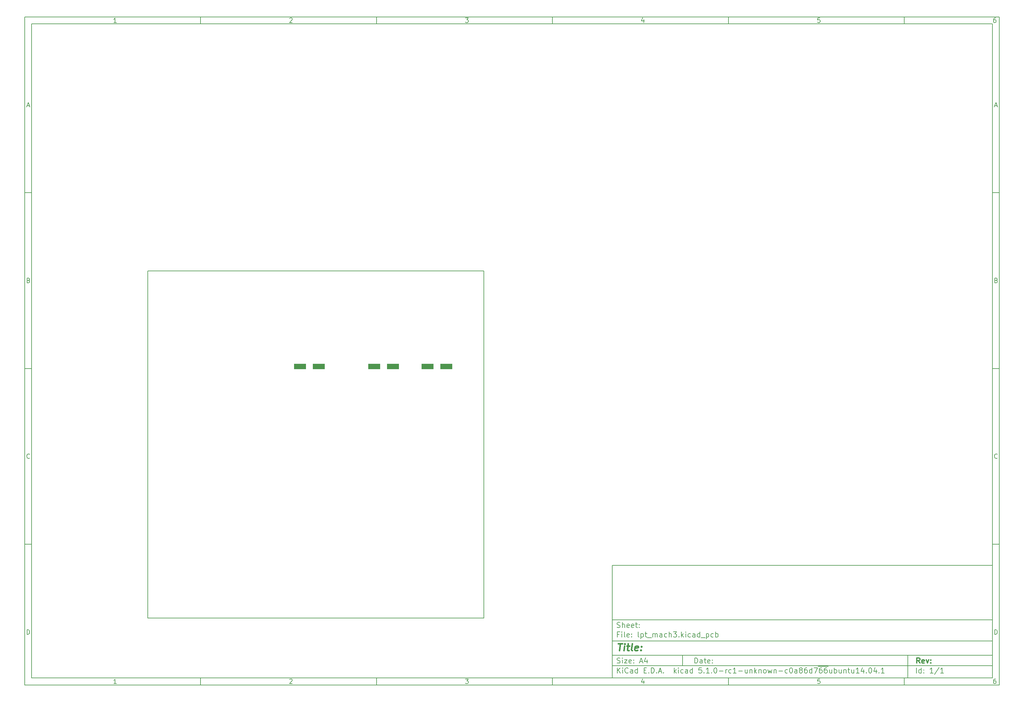
<source format=gtp>
G04 #@! TF.GenerationSoftware,KiCad,Pcbnew,5.1.0-rc1-unknown-c0a86d7~66~ubuntu14.04.1*
G04 #@! TF.CreationDate,2019-02-13T06:07:19+01:00
G04 #@! TF.ProjectId,lpt_mach3,6c70745f-6d61-4636-9833-2e6b69636164,rev?*
G04 #@! TF.SameCoordinates,Original*
G04 #@! TF.FileFunction,Paste,Top*
G04 #@! TF.FilePolarity,Positive*
%FSLAX46Y46*%
G04 Gerber Fmt 4.6, Leading zero omitted, Abs format (unit mm)*
G04 Created by KiCad (PCBNEW 5.1.0-rc1-unknown-c0a86d7~66~ubuntu14.04.1) date 2019-02-13 06:07:19*
%MOMM*%
%LPD*%
G04 APERTURE LIST*
%ADD10C,0.100000*%
%ADD11C,0.150000*%
%ADD12C,0.300000*%
%ADD13C,0.400000*%
%ADD14R,3.500000X1.600000*%
G04 APERTURE END LIST*
D10*
D11*
X177002200Y-166007200D02*
X177002200Y-198007200D01*
X285002200Y-198007200D01*
X285002200Y-166007200D01*
X177002200Y-166007200D01*
D10*
D11*
X10000000Y-10000000D02*
X10000000Y-200007200D01*
X287002200Y-200007200D01*
X287002200Y-10000000D01*
X10000000Y-10000000D01*
D10*
D11*
X12000000Y-12000000D02*
X12000000Y-198007200D01*
X285002200Y-198007200D01*
X285002200Y-12000000D01*
X12000000Y-12000000D01*
D10*
D11*
X60000000Y-12000000D02*
X60000000Y-10000000D01*
D10*
D11*
X110000000Y-12000000D02*
X110000000Y-10000000D01*
D10*
D11*
X160000000Y-12000000D02*
X160000000Y-10000000D01*
D10*
D11*
X210000000Y-12000000D02*
X210000000Y-10000000D01*
D10*
D11*
X260000000Y-12000000D02*
X260000000Y-10000000D01*
D10*
D11*
X36065476Y-11588095D02*
X35322619Y-11588095D01*
X35694047Y-11588095D02*
X35694047Y-10288095D01*
X35570238Y-10473809D01*
X35446428Y-10597619D01*
X35322619Y-10659523D01*
D10*
D11*
X85322619Y-10411904D02*
X85384523Y-10350000D01*
X85508333Y-10288095D01*
X85817857Y-10288095D01*
X85941666Y-10350000D01*
X86003571Y-10411904D01*
X86065476Y-10535714D01*
X86065476Y-10659523D01*
X86003571Y-10845238D01*
X85260714Y-11588095D01*
X86065476Y-11588095D01*
D10*
D11*
X135260714Y-10288095D02*
X136065476Y-10288095D01*
X135632142Y-10783333D01*
X135817857Y-10783333D01*
X135941666Y-10845238D01*
X136003571Y-10907142D01*
X136065476Y-11030952D01*
X136065476Y-11340476D01*
X136003571Y-11464285D01*
X135941666Y-11526190D01*
X135817857Y-11588095D01*
X135446428Y-11588095D01*
X135322619Y-11526190D01*
X135260714Y-11464285D01*
D10*
D11*
X185941666Y-10721428D02*
X185941666Y-11588095D01*
X185632142Y-10226190D02*
X185322619Y-11154761D01*
X186127380Y-11154761D01*
D10*
D11*
X236003571Y-10288095D02*
X235384523Y-10288095D01*
X235322619Y-10907142D01*
X235384523Y-10845238D01*
X235508333Y-10783333D01*
X235817857Y-10783333D01*
X235941666Y-10845238D01*
X236003571Y-10907142D01*
X236065476Y-11030952D01*
X236065476Y-11340476D01*
X236003571Y-11464285D01*
X235941666Y-11526190D01*
X235817857Y-11588095D01*
X235508333Y-11588095D01*
X235384523Y-11526190D01*
X235322619Y-11464285D01*
D10*
D11*
X285941666Y-10288095D02*
X285694047Y-10288095D01*
X285570238Y-10350000D01*
X285508333Y-10411904D01*
X285384523Y-10597619D01*
X285322619Y-10845238D01*
X285322619Y-11340476D01*
X285384523Y-11464285D01*
X285446428Y-11526190D01*
X285570238Y-11588095D01*
X285817857Y-11588095D01*
X285941666Y-11526190D01*
X286003571Y-11464285D01*
X286065476Y-11340476D01*
X286065476Y-11030952D01*
X286003571Y-10907142D01*
X285941666Y-10845238D01*
X285817857Y-10783333D01*
X285570238Y-10783333D01*
X285446428Y-10845238D01*
X285384523Y-10907142D01*
X285322619Y-11030952D01*
D10*
D11*
X60000000Y-198007200D02*
X60000000Y-200007200D01*
D10*
D11*
X110000000Y-198007200D02*
X110000000Y-200007200D01*
D10*
D11*
X160000000Y-198007200D02*
X160000000Y-200007200D01*
D10*
D11*
X210000000Y-198007200D02*
X210000000Y-200007200D01*
D10*
D11*
X260000000Y-198007200D02*
X260000000Y-200007200D01*
D10*
D11*
X36065476Y-199595295D02*
X35322619Y-199595295D01*
X35694047Y-199595295D02*
X35694047Y-198295295D01*
X35570238Y-198481009D01*
X35446428Y-198604819D01*
X35322619Y-198666723D01*
D10*
D11*
X85322619Y-198419104D02*
X85384523Y-198357200D01*
X85508333Y-198295295D01*
X85817857Y-198295295D01*
X85941666Y-198357200D01*
X86003571Y-198419104D01*
X86065476Y-198542914D01*
X86065476Y-198666723D01*
X86003571Y-198852438D01*
X85260714Y-199595295D01*
X86065476Y-199595295D01*
D10*
D11*
X135260714Y-198295295D02*
X136065476Y-198295295D01*
X135632142Y-198790533D01*
X135817857Y-198790533D01*
X135941666Y-198852438D01*
X136003571Y-198914342D01*
X136065476Y-199038152D01*
X136065476Y-199347676D01*
X136003571Y-199471485D01*
X135941666Y-199533390D01*
X135817857Y-199595295D01*
X135446428Y-199595295D01*
X135322619Y-199533390D01*
X135260714Y-199471485D01*
D10*
D11*
X185941666Y-198728628D02*
X185941666Y-199595295D01*
X185632142Y-198233390D02*
X185322619Y-199161961D01*
X186127380Y-199161961D01*
D10*
D11*
X236003571Y-198295295D02*
X235384523Y-198295295D01*
X235322619Y-198914342D01*
X235384523Y-198852438D01*
X235508333Y-198790533D01*
X235817857Y-198790533D01*
X235941666Y-198852438D01*
X236003571Y-198914342D01*
X236065476Y-199038152D01*
X236065476Y-199347676D01*
X236003571Y-199471485D01*
X235941666Y-199533390D01*
X235817857Y-199595295D01*
X235508333Y-199595295D01*
X235384523Y-199533390D01*
X235322619Y-199471485D01*
D10*
D11*
X285941666Y-198295295D02*
X285694047Y-198295295D01*
X285570238Y-198357200D01*
X285508333Y-198419104D01*
X285384523Y-198604819D01*
X285322619Y-198852438D01*
X285322619Y-199347676D01*
X285384523Y-199471485D01*
X285446428Y-199533390D01*
X285570238Y-199595295D01*
X285817857Y-199595295D01*
X285941666Y-199533390D01*
X286003571Y-199471485D01*
X286065476Y-199347676D01*
X286065476Y-199038152D01*
X286003571Y-198914342D01*
X285941666Y-198852438D01*
X285817857Y-198790533D01*
X285570238Y-198790533D01*
X285446428Y-198852438D01*
X285384523Y-198914342D01*
X285322619Y-199038152D01*
D10*
D11*
X10000000Y-60000000D02*
X12000000Y-60000000D01*
D10*
D11*
X10000000Y-110000000D02*
X12000000Y-110000000D01*
D10*
D11*
X10000000Y-160000000D02*
X12000000Y-160000000D01*
D10*
D11*
X10690476Y-35216666D02*
X11309523Y-35216666D01*
X10566666Y-35588095D02*
X11000000Y-34288095D01*
X11433333Y-35588095D01*
D10*
D11*
X11092857Y-84907142D02*
X11278571Y-84969047D01*
X11340476Y-85030952D01*
X11402380Y-85154761D01*
X11402380Y-85340476D01*
X11340476Y-85464285D01*
X11278571Y-85526190D01*
X11154761Y-85588095D01*
X10659523Y-85588095D01*
X10659523Y-84288095D01*
X11092857Y-84288095D01*
X11216666Y-84350000D01*
X11278571Y-84411904D01*
X11340476Y-84535714D01*
X11340476Y-84659523D01*
X11278571Y-84783333D01*
X11216666Y-84845238D01*
X11092857Y-84907142D01*
X10659523Y-84907142D01*
D10*
D11*
X11402380Y-135464285D02*
X11340476Y-135526190D01*
X11154761Y-135588095D01*
X11030952Y-135588095D01*
X10845238Y-135526190D01*
X10721428Y-135402380D01*
X10659523Y-135278571D01*
X10597619Y-135030952D01*
X10597619Y-134845238D01*
X10659523Y-134597619D01*
X10721428Y-134473809D01*
X10845238Y-134350000D01*
X11030952Y-134288095D01*
X11154761Y-134288095D01*
X11340476Y-134350000D01*
X11402380Y-134411904D01*
D10*
D11*
X10659523Y-185588095D02*
X10659523Y-184288095D01*
X10969047Y-184288095D01*
X11154761Y-184350000D01*
X11278571Y-184473809D01*
X11340476Y-184597619D01*
X11402380Y-184845238D01*
X11402380Y-185030952D01*
X11340476Y-185278571D01*
X11278571Y-185402380D01*
X11154761Y-185526190D01*
X10969047Y-185588095D01*
X10659523Y-185588095D01*
D10*
D11*
X287002200Y-60000000D02*
X285002200Y-60000000D01*
D10*
D11*
X287002200Y-110000000D02*
X285002200Y-110000000D01*
D10*
D11*
X287002200Y-160000000D02*
X285002200Y-160000000D01*
D10*
D11*
X285692676Y-35216666D02*
X286311723Y-35216666D01*
X285568866Y-35588095D02*
X286002200Y-34288095D01*
X286435533Y-35588095D01*
D10*
D11*
X286095057Y-84907142D02*
X286280771Y-84969047D01*
X286342676Y-85030952D01*
X286404580Y-85154761D01*
X286404580Y-85340476D01*
X286342676Y-85464285D01*
X286280771Y-85526190D01*
X286156961Y-85588095D01*
X285661723Y-85588095D01*
X285661723Y-84288095D01*
X286095057Y-84288095D01*
X286218866Y-84350000D01*
X286280771Y-84411904D01*
X286342676Y-84535714D01*
X286342676Y-84659523D01*
X286280771Y-84783333D01*
X286218866Y-84845238D01*
X286095057Y-84907142D01*
X285661723Y-84907142D01*
D10*
D11*
X286404580Y-135464285D02*
X286342676Y-135526190D01*
X286156961Y-135588095D01*
X286033152Y-135588095D01*
X285847438Y-135526190D01*
X285723628Y-135402380D01*
X285661723Y-135278571D01*
X285599819Y-135030952D01*
X285599819Y-134845238D01*
X285661723Y-134597619D01*
X285723628Y-134473809D01*
X285847438Y-134350000D01*
X286033152Y-134288095D01*
X286156961Y-134288095D01*
X286342676Y-134350000D01*
X286404580Y-134411904D01*
D10*
D11*
X285661723Y-185588095D02*
X285661723Y-184288095D01*
X285971247Y-184288095D01*
X286156961Y-184350000D01*
X286280771Y-184473809D01*
X286342676Y-184597619D01*
X286404580Y-184845238D01*
X286404580Y-185030952D01*
X286342676Y-185278571D01*
X286280771Y-185402380D01*
X286156961Y-185526190D01*
X285971247Y-185588095D01*
X285661723Y-185588095D01*
D10*
D11*
X200434342Y-193785771D02*
X200434342Y-192285771D01*
X200791485Y-192285771D01*
X201005771Y-192357200D01*
X201148628Y-192500057D01*
X201220057Y-192642914D01*
X201291485Y-192928628D01*
X201291485Y-193142914D01*
X201220057Y-193428628D01*
X201148628Y-193571485D01*
X201005771Y-193714342D01*
X200791485Y-193785771D01*
X200434342Y-193785771D01*
X202577200Y-193785771D02*
X202577200Y-193000057D01*
X202505771Y-192857200D01*
X202362914Y-192785771D01*
X202077200Y-192785771D01*
X201934342Y-192857200D01*
X202577200Y-193714342D02*
X202434342Y-193785771D01*
X202077200Y-193785771D01*
X201934342Y-193714342D01*
X201862914Y-193571485D01*
X201862914Y-193428628D01*
X201934342Y-193285771D01*
X202077200Y-193214342D01*
X202434342Y-193214342D01*
X202577200Y-193142914D01*
X203077200Y-192785771D02*
X203648628Y-192785771D01*
X203291485Y-192285771D02*
X203291485Y-193571485D01*
X203362914Y-193714342D01*
X203505771Y-193785771D01*
X203648628Y-193785771D01*
X204720057Y-193714342D02*
X204577200Y-193785771D01*
X204291485Y-193785771D01*
X204148628Y-193714342D01*
X204077200Y-193571485D01*
X204077200Y-193000057D01*
X204148628Y-192857200D01*
X204291485Y-192785771D01*
X204577200Y-192785771D01*
X204720057Y-192857200D01*
X204791485Y-193000057D01*
X204791485Y-193142914D01*
X204077200Y-193285771D01*
X205434342Y-193642914D02*
X205505771Y-193714342D01*
X205434342Y-193785771D01*
X205362914Y-193714342D01*
X205434342Y-193642914D01*
X205434342Y-193785771D01*
X205434342Y-192857200D02*
X205505771Y-192928628D01*
X205434342Y-193000057D01*
X205362914Y-192928628D01*
X205434342Y-192857200D01*
X205434342Y-193000057D01*
D10*
D11*
X177002200Y-194507200D02*
X285002200Y-194507200D01*
D10*
D11*
X178434342Y-196585771D02*
X178434342Y-195085771D01*
X179291485Y-196585771D02*
X178648628Y-195728628D01*
X179291485Y-195085771D02*
X178434342Y-195942914D01*
X179934342Y-196585771D02*
X179934342Y-195585771D01*
X179934342Y-195085771D02*
X179862914Y-195157200D01*
X179934342Y-195228628D01*
X180005771Y-195157200D01*
X179934342Y-195085771D01*
X179934342Y-195228628D01*
X181505771Y-196442914D02*
X181434342Y-196514342D01*
X181220057Y-196585771D01*
X181077200Y-196585771D01*
X180862914Y-196514342D01*
X180720057Y-196371485D01*
X180648628Y-196228628D01*
X180577200Y-195942914D01*
X180577200Y-195728628D01*
X180648628Y-195442914D01*
X180720057Y-195300057D01*
X180862914Y-195157200D01*
X181077200Y-195085771D01*
X181220057Y-195085771D01*
X181434342Y-195157200D01*
X181505771Y-195228628D01*
X182791485Y-196585771D02*
X182791485Y-195800057D01*
X182720057Y-195657200D01*
X182577200Y-195585771D01*
X182291485Y-195585771D01*
X182148628Y-195657200D01*
X182791485Y-196514342D02*
X182648628Y-196585771D01*
X182291485Y-196585771D01*
X182148628Y-196514342D01*
X182077200Y-196371485D01*
X182077200Y-196228628D01*
X182148628Y-196085771D01*
X182291485Y-196014342D01*
X182648628Y-196014342D01*
X182791485Y-195942914D01*
X184148628Y-196585771D02*
X184148628Y-195085771D01*
X184148628Y-196514342D02*
X184005771Y-196585771D01*
X183720057Y-196585771D01*
X183577200Y-196514342D01*
X183505771Y-196442914D01*
X183434342Y-196300057D01*
X183434342Y-195871485D01*
X183505771Y-195728628D01*
X183577200Y-195657200D01*
X183720057Y-195585771D01*
X184005771Y-195585771D01*
X184148628Y-195657200D01*
X186005771Y-195800057D02*
X186505771Y-195800057D01*
X186720057Y-196585771D02*
X186005771Y-196585771D01*
X186005771Y-195085771D01*
X186720057Y-195085771D01*
X187362914Y-196442914D02*
X187434342Y-196514342D01*
X187362914Y-196585771D01*
X187291485Y-196514342D01*
X187362914Y-196442914D01*
X187362914Y-196585771D01*
X188077200Y-196585771D02*
X188077200Y-195085771D01*
X188434342Y-195085771D01*
X188648628Y-195157200D01*
X188791485Y-195300057D01*
X188862914Y-195442914D01*
X188934342Y-195728628D01*
X188934342Y-195942914D01*
X188862914Y-196228628D01*
X188791485Y-196371485D01*
X188648628Y-196514342D01*
X188434342Y-196585771D01*
X188077200Y-196585771D01*
X189577200Y-196442914D02*
X189648628Y-196514342D01*
X189577200Y-196585771D01*
X189505771Y-196514342D01*
X189577200Y-196442914D01*
X189577200Y-196585771D01*
X190220057Y-196157200D02*
X190934342Y-196157200D01*
X190077200Y-196585771D02*
X190577200Y-195085771D01*
X191077200Y-196585771D01*
X191577200Y-196442914D02*
X191648628Y-196514342D01*
X191577200Y-196585771D01*
X191505771Y-196514342D01*
X191577200Y-196442914D01*
X191577200Y-196585771D01*
X194577200Y-196585771D02*
X194577200Y-195085771D01*
X194720057Y-196014342D02*
X195148628Y-196585771D01*
X195148628Y-195585771D02*
X194577200Y-196157200D01*
X195791485Y-196585771D02*
X195791485Y-195585771D01*
X195791485Y-195085771D02*
X195720057Y-195157200D01*
X195791485Y-195228628D01*
X195862914Y-195157200D01*
X195791485Y-195085771D01*
X195791485Y-195228628D01*
X197148628Y-196514342D02*
X197005771Y-196585771D01*
X196720057Y-196585771D01*
X196577200Y-196514342D01*
X196505771Y-196442914D01*
X196434342Y-196300057D01*
X196434342Y-195871485D01*
X196505771Y-195728628D01*
X196577200Y-195657200D01*
X196720057Y-195585771D01*
X197005771Y-195585771D01*
X197148628Y-195657200D01*
X198434342Y-196585771D02*
X198434342Y-195800057D01*
X198362914Y-195657200D01*
X198220057Y-195585771D01*
X197934342Y-195585771D01*
X197791485Y-195657200D01*
X198434342Y-196514342D02*
X198291485Y-196585771D01*
X197934342Y-196585771D01*
X197791485Y-196514342D01*
X197720057Y-196371485D01*
X197720057Y-196228628D01*
X197791485Y-196085771D01*
X197934342Y-196014342D01*
X198291485Y-196014342D01*
X198434342Y-195942914D01*
X199791485Y-196585771D02*
X199791485Y-195085771D01*
X199791485Y-196514342D02*
X199648628Y-196585771D01*
X199362914Y-196585771D01*
X199220057Y-196514342D01*
X199148628Y-196442914D01*
X199077200Y-196300057D01*
X199077200Y-195871485D01*
X199148628Y-195728628D01*
X199220057Y-195657200D01*
X199362914Y-195585771D01*
X199648628Y-195585771D01*
X199791485Y-195657200D01*
X202362914Y-195085771D02*
X201648628Y-195085771D01*
X201577200Y-195800057D01*
X201648628Y-195728628D01*
X201791485Y-195657200D01*
X202148628Y-195657200D01*
X202291485Y-195728628D01*
X202362914Y-195800057D01*
X202434342Y-195942914D01*
X202434342Y-196300057D01*
X202362914Y-196442914D01*
X202291485Y-196514342D01*
X202148628Y-196585771D01*
X201791485Y-196585771D01*
X201648628Y-196514342D01*
X201577200Y-196442914D01*
X203077200Y-196442914D02*
X203148628Y-196514342D01*
X203077200Y-196585771D01*
X203005771Y-196514342D01*
X203077200Y-196442914D01*
X203077200Y-196585771D01*
X204577200Y-196585771D02*
X203720057Y-196585771D01*
X204148628Y-196585771D02*
X204148628Y-195085771D01*
X204005771Y-195300057D01*
X203862914Y-195442914D01*
X203720057Y-195514342D01*
X205220057Y-196442914D02*
X205291485Y-196514342D01*
X205220057Y-196585771D01*
X205148628Y-196514342D01*
X205220057Y-196442914D01*
X205220057Y-196585771D01*
X206220057Y-195085771D02*
X206362914Y-195085771D01*
X206505771Y-195157200D01*
X206577200Y-195228628D01*
X206648628Y-195371485D01*
X206720057Y-195657200D01*
X206720057Y-196014342D01*
X206648628Y-196300057D01*
X206577200Y-196442914D01*
X206505771Y-196514342D01*
X206362914Y-196585771D01*
X206220057Y-196585771D01*
X206077200Y-196514342D01*
X206005771Y-196442914D01*
X205934342Y-196300057D01*
X205862914Y-196014342D01*
X205862914Y-195657200D01*
X205934342Y-195371485D01*
X206005771Y-195228628D01*
X206077200Y-195157200D01*
X206220057Y-195085771D01*
X207362914Y-196014342D02*
X208505771Y-196014342D01*
X209220057Y-196585771D02*
X209220057Y-195585771D01*
X209220057Y-195871485D02*
X209291485Y-195728628D01*
X209362914Y-195657200D01*
X209505771Y-195585771D01*
X209648628Y-195585771D01*
X210791485Y-196514342D02*
X210648628Y-196585771D01*
X210362914Y-196585771D01*
X210220057Y-196514342D01*
X210148628Y-196442914D01*
X210077200Y-196300057D01*
X210077200Y-195871485D01*
X210148628Y-195728628D01*
X210220057Y-195657200D01*
X210362914Y-195585771D01*
X210648628Y-195585771D01*
X210791485Y-195657200D01*
X212220057Y-196585771D02*
X211362914Y-196585771D01*
X211791485Y-196585771D02*
X211791485Y-195085771D01*
X211648628Y-195300057D01*
X211505771Y-195442914D01*
X211362914Y-195514342D01*
X212862914Y-196014342D02*
X214005771Y-196014342D01*
X215362914Y-195585771D02*
X215362914Y-196585771D01*
X214720057Y-195585771D02*
X214720057Y-196371485D01*
X214791485Y-196514342D01*
X214934342Y-196585771D01*
X215148628Y-196585771D01*
X215291485Y-196514342D01*
X215362914Y-196442914D01*
X216077200Y-195585771D02*
X216077200Y-196585771D01*
X216077200Y-195728628D02*
X216148628Y-195657200D01*
X216291485Y-195585771D01*
X216505771Y-195585771D01*
X216648628Y-195657200D01*
X216720057Y-195800057D01*
X216720057Y-196585771D01*
X217434342Y-196585771D02*
X217434342Y-195085771D01*
X217577200Y-196014342D02*
X218005771Y-196585771D01*
X218005771Y-195585771D02*
X217434342Y-196157200D01*
X218648628Y-195585771D02*
X218648628Y-196585771D01*
X218648628Y-195728628D02*
X218720057Y-195657200D01*
X218862914Y-195585771D01*
X219077200Y-195585771D01*
X219220057Y-195657200D01*
X219291485Y-195800057D01*
X219291485Y-196585771D01*
X220220057Y-196585771D02*
X220077200Y-196514342D01*
X220005771Y-196442914D01*
X219934342Y-196300057D01*
X219934342Y-195871485D01*
X220005771Y-195728628D01*
X220077200Y-195657200D01*
X220220057Y-195585771D01*
X220434342Y-195585771D01*
X220577200Y-195657200D01*
X220648628Y-195728628D01*
X220720057Y-195871485D01*
X220720057Y-196300057D01*
X220648628Y-196442914D01*
X220577200Y-196514342D01*
X220434342Y-196585771D01*
X220220057Y-196585771D01*
X221220057Y-195585771D02*
X221505771Y-196585771D01*
X221791485Y-195871485D01*
X222077200Y-196585771D01*
X222362914Y-195585771D01*
X222934342Y-195585771D02*
X222934342Y-196585771D01*
X222934342Y-195728628D02*
X223005771Y-195657200D01*
X223148628Y-195585771D01*
X223362914Y-195585771D01*
X223505771Y-195657200D01*
X223577200Y-195800057D01*
X223577200Y-196585771D01*
X224291485Y-196014342D02*
X225434342Y-196014342D01*
X226791485Y-196514342D02*
X226648628Y-196585771D01*
X226362914Y-196585771D01*
X226220057Y-196514342D01*
X226148628Y-196442914D01*
X226077200Y-196300057D01*
X226077200Y-195871485D01*
X226148628Y-195728628D01*
X226220057Y-195657200D01*
X226362914Y-195585771D01*
X226648628Y-195585771D01*
X226791485Y-195657200D01*
X227720057Y-195085771D02*
X227862914Y-195085771D01*
X228005771Y-195157200D01*
X228077200Y-195228628D01*
X228148628Y-195371485D01*
X228220057Y-195657200D01*
X228220057Y-196014342D01*
X228148628Y-196300057D01*
X228077200Y-196442914D01*
X228005771Y-196514342D01*
X227862914Y-196585771D01*
X227720057Y-196585771D01*
X227577200Y-196514342D01*
X227505771Y-196442914D01*
X227434342Y-196300057D01*
X227362914Y-196014342D01*
X227362914Y-195657200D01*
X227434342Y-195371485D01*
X227505771Y-195228628D01*
X227577200Y-195157200D01*
X227720057Y-195085771D01*
X229505771Y-196585771D02*
X229505771Y-195800057D01*
X229434342Y-195657200D01*
X229291485Y-195585771D01*
X229005771Y-195585771D01*
X228862914Y-195657200D01*
X229505771Y-196514342D02*
X229362914Y-196585771D01*
X229005771Y-196585771D01*
X228862914Y-196514342D01*
X228791485Y-196371485D01*
X228791485Y-196228628D01*
X228862914Y-196085771D01*
X229005771Y-196014342D01*
X229362914Y-196014342D01*
X229505771Y-195942914D01*
X230434342Y-195728628D02*
X230291485Y-195657200D01*
X230220057Y-195585771D01*
X230148628Y-195442914D01*
X230148628Y-195371485D01*
X230220057Y-195228628D01*
X230291485Y-195157200D01*
X230434342Y-195085771D01*
X230720057Y-195085771D01*
X230862914Y-195157200D01*
X230934342Y-195228628D01*
X231005771Y-195371485D01*
X231005771Y-195442914D01*
X230934342Y-195585771D01*
X230862914Y-195657200D01*
X230720057Y-195728628D01*
X230434342Y-195728628D01*
X230291485Y-195800057D01*
X230220057Y-195871485D01*
X230148628Y-196014342D01*
X230148628Y-196300057D01*
X230220057Y-196442914D01*
X230291485Y-196514342D01*
X230434342Y-196585771D01*
X230720057Y-196585771D01*
X230862914Y-196514342D01*
X230934342Y-196442914D01*
X231005771Y-196300057D01*
X231005771Y-196014342D01*
X230934342Y-195871485D01*
X230862914Y-195800057D01*
X230720057Y-195728628D01*
X232291485Y-195085771D02*
X232005771Y-195085771D01*
X231862914Y-195157200D01*
X231791485Y-195228628D01*
X231648628Y-195442914D01*
X231577200Y-195728628D01*
X231577200Y-196300057D01*
X231648628Y-196442914D01*
X231720057Y-196514342D01*
X231862914Y-196585771D01*
X232148628Y-196585771D01*
X232291485Y-196514342D01*
X232362914Y-196442914D01*
X232434342Y-196300057D01*
X232434342Y-195942914D01*
X232362914Y-195800057D01*
X232291485Y-195728628D01*
X232148628Y-195657200D01*
X231862914Y-195657200D01*
X231720057Y-195728628D01*
X231648628Y-195800057D01*
X231577200Y-195942914D01*
X233720057Y-196585771D02*
X233720057Y-195085771D01*
X233720057Y-196514342D02*
X233577200Y-196585771D01*
X233291485Y-196585771D01*
X233148628Y-196514342D01*
X233077200Y-196442914D01*
X233005771Y-196300057D01*
X233005771Y-195871485D01*
X233077200Y-195728628D01*
X233148628Y-195657200D01*
X233291485Y-195585771D01*
X233577200Y-195585771D01*
X233720057Y-195657200D01*
X234291485Y-195085771D02*
X235291485Y-195085771D01*
X234648628Y-196585771D01*
X235505771Y-194677200D02*
X236934342Y-194677200D01*
X236505771Y-195085771D02*
X236220057Y-195085771D01*
X236077200Y-195157200D01*
X236005771Y-195228628D01*
X235862914Y-195442914D01*
X235791485Y-195728628D01*
X235791485Y-196300057D01*
X235862914Y-196442914D01*
X235934342Y-196514342D01*
X236077200Y-196585771D01*
X236362914Y-196585771D01*
X236505771Y-196514342D01*
X236577200Y-196442914D01*
X236648628Y-196300057D01*
X236648628Y-195942914D01*
X236577200Y-195800057D01*
X236505771Y-195728628D01*
X236362914Y-195657200D01*
X236077200Y-195657200D01*
X235934342Y-195728628D01*
X235862914Y-195800057D01*
X235791485Y-195942914D01*
X236934342Y-194677200D02*
X238362914Y-194677200D01*
X237934342Y-195085771D02*
X237648628Y-195085771D01*
X237505771Y-195157200D01*
X237434342Y-195228628D01*
X237291485Y-195442914D01*
X237220057Y-195728628D01*
X237220057Y-196300057D01*
X237291485Y-196442914D01*
X237362914Y-196514342D01*
X237505771Y-196585771D01*
X237791485Y-196585771D01*
X237934342Y-196514342D01*
X238005771Y-196442914D01*
X238077200Y-196300057D01*
X238077200Y-195942914D01*
X238005771Y-195800057D01*
X237934342Y-195728628D01*
X237791485Y-195657200D01*
X237505771Y-195657200D01*
X237362914Y-195728628D01*
X237291485Y-195800057D01*
X237220057Y-195942914D01*
X239362914Y-195585771D02*
X239362914Y-196585771D01*
X238720057Y-195585771D02*
X238720057Y-196371485D01*
X238791485Y-196514342D01*
X238934342Y-196585771D01*
X239148628Y-196585771D01*
X239291485Y-196514342D01*
X239362914Y-196442914D01*
X240077200Y-196585771D02*
X240077200Y-195085771D01*
X240077200Y-195657200D02*
X240220057Y-195585771D01*
X240505771Y-195585771D01*
X240648628Y-195657200D01*
X240720057Y-195728628D01*
X240791485Y-195871485D01*
X240791485Y-196300057D01*
X240720057Y-196442914D01*
X240648628Y-196514342D01*
X240505771Y-196585771D01*
X240220057Y-196585771D01*
X240077200Y-196514342D01*
X242077200Y-195585771D02*
X242077200Y-196585771D01*
X241434342Y-195585771D02*
X241434342Y-196371485D01*
X241505771Y-196514342D01*
X241648628Y-196585771D01*
X241862914Y-196585771D01*
X242005771Y-196514342D01*
X242077200Y-196442914D01*
X242791485Y-195585771D02*
X242791485Y-196585771D01*
X242791485Y-195728628D02*
X242862914Y-195657200D01*
X243005771Y-195585771D01*
X243220057Y-195585771D01*
X243362914Y-195657200D01*
X243434342Y-195800057D01*
X243434342Y-196585771D01*
X243934342Y-195585771D02*
X244505771Y-195585771D01*
X244148628Y-195085771D02*
X244148628Y-196371485D01*
X244220057Y-196514342D01*
X244362914Y-196585771D01*
X244505771Y-196585771D01*
X245648628Y-195585771D02*
X245648628Y-196585771D01*
X245005771Y-195585771D02*
X245005771Y-196371485D01*
X245077200Y-196514342D01*
X245220057Y-196585771D01*
X245434342Y-196585771D01*
X245577200Y-196514342D01*
X245648628Y-196442914D01*
X247148628Y-196585771D02*
X246291485Y-196585771D01*
X246720057Y-196585771D02*
X246720057Y-195085771D01*
X246577200Y-195300057D01*
X246434342Y-195442914D01*
X246291485Y-195514342D01*
X248434342Y-195585771D02*
X248434342Y-196585771D01*
X248077200Y-195014342D02*
X247720057Y-196085771D01*
X248648628Y-196085771D01*
X249220057Y-196442914D02*
X249291485Y-196514342D01*
X249220057Y-196585771D01*
X249148628Y-196514342D01*
X249220057Y-196442914D01*
X249220057Y-196585771D01*
X250220057Y-195085771D02*
X250362914Y-195085771D01*
X250505771Y-195157200D01*
X250577200Y-195228628D01*
X250648628Y-195371485D01*
X250720057Y-195657200D01*
X250720057Y-196014342D01*
X250648628Y-196300057D01*
X250577200Y-196442914D01*
X250505771Y-196514342D01*
X250362914Y-196585771D01*
X250220057Y-196585771D01*
X250077200Y-196514342D01*
X250005771Y-196442914D01*
X249934342Y-196300057D01*
X249862914Y-196014342D01*
X249862914Y-195657200D01*
X249934342Y-195371485D01*
X250005771Y-195228628D01*
X250077200Y-195157200D01*
X250220057Y-195085771D01*
X252005771Y-195585771D02*
X252005771Y-196585771D01*
X251648628Y-195014342D02*
X251291485Y-196085771D01*
X252220057Y-196085771D01*
X252791485Y-196442914D02*
X252862914Y-196514342D01*
X252791485Y-196585771D01*
X252720057Y-196514342D01*
X252791485Y-196442914D01*
X252791485Y-196585771D01*
X254291485Y-196585771D02*
X253434342Y-196585771D01*
X253862914Y-196585771D02*
X253862914Y-195085771D01*
X253720057Y-195300057D01*
X253577200Y-195442914D01*
X253434342Y-195514342D01*
D10*
D11*
X177002200Y-191507200D02*
X285002200Y-191507200D01*
D10*
D12*
X264411485Y-193785771D02*
X263911485Y-193071485D01*
X263554342Y-193785771D02*
X263554342Y-192285771D01*
X264125771Y-192285771D01*
X264268628Y-192357200D01*
X264340057Y-192428628D01*
X264411485Y-192571485D01*
X264411485Y-192785771D01*
X264340057Y-192928628D01*
X264268628Y-193000057D01*
X264125771Y-193071485D01*
X263554342Y-193071485D01*
X265625771Y-193714342D02*
X265482914Y-193785771D01*
X265197200Y-193785771D01*
X265054342Y-193714342D01*
X264982914Y-193571485D01*
X264982914Y-193000057D01*
X265054342Y-192857200D01*
X265197200Y-192785771D01*
X265482914Y-192785771D01*
X265625771Y-192857200D01*
X265697200Y-193000057D01*
X265697200Y-193142914D01*
X264982914Y-193285771D01*
X266197200Y-192785771D02*
X266554342Y-193785771D01*
X266911485Y-192785771D01*
X267482914Y-193642914D02*
X267554342Y-193714342D01*
X267482914Y-193785771D01*
X267411485Y-193714342D01*
X267482914Y-193642914D01*
X267482914Y-193785771D01*
X267482914Y-192857200D02*
X267554342Y-192928628D01*
X267482914Y-193000057D01*
X267411485Y-192928628D01*
X267482914Y-192857200D01*
X267482914Y-193000057D01*
D10*
D11*
X178362914Y-193714342D02*
X178577200Y-193785771D01*
X178934342Y-193785771D01*
X179077200Y-193714342D01*
X179148628Y-193642914D01*
X179220057Y-193500057D01*
X179220057Y-193357200D01*
X179148628Y-193214342D01*
X179077200Y-193142914D01*
X178934342Y-193071485D01*
X178648628Y-193000057D01*
X178505771Y-192928628D01*
X178434342Y-192857200D01*
X178362914Y-192714342D01*
X178362914Y-192571485D01*
X178434342Y-192428628D01*
X178505771Y-192357200D01*
X178648628Y-192285771D01*
X179005771Y-192285771D01*
X179220057Y-192357200D01*
X179862914Y-193785771D02*
X179862914Y-192785771D01*
X179862914Y-192285771D02*
X179791485Y-192357200D01*
X179862914Y-192428628D01*
X179934342Y-192357200D01*
X179862914Y-192285771D01*
X179862914Y-192428628D01*
X180434342Y-192785771D02*
X181220057Y-192785771D01*
X180434342Y-193785771D01*
X181220057Y-193785771D01*
X182362914Y-193714342D02*
X182220057Y-193785771D01*
X181934342Y-193785771D01*
X181791485Y-193714342D01*
X181720057Y-193571485D01*
X181720057Y-193000057D01*
X181791485Y-192857200D01*
X181934342Y-192785771D01*
X182220057Y-192785771D01*
X182362914Y-192857200D01*
X182434342Y-193000057D01*
X182434342Y-193142914D01*
X181720057Y-193285771D01*
X183077200Y-193642914D02*
X183148628Y-193714342D01*
X183077200Y-193785771D01*
X183005771Y-193714342D01*
X183077200Y-193642914D01*
X183077200Y-193785771D01*
X183077200Y-192857200D02*
X183148628Y-192928628D01*
X183077200Y-193000057D01*
X183005771Y-192928628D01*
X183077200Y-192857200D01*
X183077200Y-193000057D01*
X184862914Y-193357200D02*
X185577200Y-193357200D01*
X184720057Y-193785771D02*
X185220057Y-192285771D01*
X185720057Y-193785771D01*
X186862914Y-192785771D02*
X186862914Y-193785771D01*
X186505771Y-192214342D02*
X186148628Y-193285771D01*
X187077200Y-193285771D01*
D10*
D11*
X263434342Y-196585771D02*
X263434342Y-195085771D01*
X264791485Y-196585771D02*
X264791485Y-195085771D01*
X264791485Y-196514342D02*
X264648628Y-196585771D01*
X264362914Y-196585771D01*
X264220057Y-196514342D01*
X264148628Y-196442914D01*
X264077200Y-196300057D01*
X264077200Y-195871485D01*
X264148628Y-195728628D01*
X264220057Y-195657200D01*
X264362914Y-195585771D01*
X264648628Y-195585771D01*
X264791485Y-195657200D01*
X265505771Y-196442914D02*
X265577200Y-196514342D01*
X265505771Y-196585771D01*
X265434342Y-196514342D01*
X265505771Y-196442914D01*
X265505771Y-196585771D01*
X265505771Y-195657200D02*
X265577200Y-195728628D01*
X265505771Y-195800057D01*
X265434342Y-195728628D01*
X265505771Y-195657200D01*
X265505771Y-195800057D01*
X268148628Y-196585771D02*
X267291485Y-196585771D01*
X267720057Y-196585771D02*
X267720057Y-195085771D01*
X267577200Y-195300057D01*
X267434342Y-195442914D01*
X267291485Y-195514342D01*
X269862914Y-195014342D02*
X268577200Y-196942914D01*
X271148628Y-196585771D02*
X270291485Y-196585771D01*
X270720057Y-196585771D02*
X270720057Y-195085771D01*
X270577200Y-195300057D01*
X270434342Y-195442914D01*
X270291485Y-195514342D01*
D10*
D11*
X177002200Y-187507200D02*
X285002200Y-187507200D01*
D10*
D13*
X178714580Y-188211961D02*
X179857438Y-188211961D01*
X179036009Y-190211961D02*
X179286009Y-188211961D01*
X180274104Y-190211961D02*
X180440771Y-188878628D01*
X180524104Y-188211961D02*
X180416961Y-188307200D01*
X180500295Y-188402438D01*
X180607438Y-188307200D01*
X180524104Y-188211961D01*
X180500295Y-188402438D01*
X181107438Y-188878628D02*
X181869342Y-188878628D01*
X181476485Y-188211961D02*
X181262200Y-189926247D01*
X181333628Y-190116723D01*
X181512200Y-190211961D01*
X181702676Y-190211961D01*
X182655057Y-190211961D02*
X182476485Y-190116723D01*
X182405057Y-189926247D01*
X182619342Y-188211961D01*
X184190771Y-190116723D02*
X183988390Y-190211961D01*
X183607438Y-190211961D01*
X183428866Y-190116723D01*
X183357438Y-189926247D01*
X183452676Y-189164342D01*
X183571723Y-188973866D01*
X183774104Y-188878628D01*
X184155057Y-188878628D01*
X184333628Y-188973866D01*
X184405057Y-189164342D01*
X184381247Y-189354819D01*
X183405057Y-189545295D01*
X185155057Y-190021485D02*
X185238390Y-190116723D01*
X185131247Y-190211961D01*
X185047914Y-190116723D01*
X185155057Y-190021485D01*
X185131247Y-190211961D01*
X185286009Y-188973866D02*
X185369342Y-189069104D01*
X185262200Y-189164342D01*
X185178866Y-189069104D01*
X185286009Y-188973866D01*
X185262200Y-189164342D01*
D10*
D11*
X178934342Y-185600057D02*
X178434342Y-185600057D01*
X178434342Y-186385771D02*
X178434342Y-184885771D01*
X179148628Y-184885771D01*
X179720057Y-186385771D02*
X179720057Y-185385771D01*
X179720057Y-184885771D02*
X179648628Y-184957200D01*
X179720057Y-185028628D01*
X179791485Y-184957200D01*
X179720057Y-184885771D01*
X179720057Y-185028628D01*
X180648628Y-186385771D02*
X180505771Y-186314342D01*
X180434342Y-186171485D01*
X180434342Y-184885771D01*
X181791485Y-186314342D02*
X181648628Y-186385771D01*
X181362914Y-186385771D01*
X181220057Y-186314342D01*
X181148628Y-186171485D01*
X181148628Y-185600057D01*
X181220057Y-185457200D01*
X181362914Y-185385771D01*
X181648628Y-185385771D01*
X181791485Y-185457200D01*
X181862914Y-185600057D01*
X181862914Y-185742914D01*
X181148628Y-185885771D01*
X182505771Y-186242914D02*
X182577200Y-186314342D01*
X182505771Y-186385771D01*
X182434342Y-186314342D01*
X182505771Y-186242914D01*
X182505771Y-186385771D01*
X182505771Y-185457200D02*
X182577200Y-185528628D01*
X182505771Y-185600057D01*
X182434342Y-185528628D01*
X182505771Y-185457200D01*
X182505771Y-185600057D01*
X184577200Y-186385771D02*
X184434342Y-186314342D01*
X184362914Y-186171485D01*
X184362914Y-184885771D01*
X185148628Y-185385771D02*
X185148628Y-186885771D01*
X185148628Y-185457200D02*
X185291485Y-185385771D01*
X185577200Y-185385771D01*
X185720057Y-185457200D01*
X185791485Y-185528628D01*
X185862914Y-185671485D01*
X185862914Y-186100057D01*
X185791485Y-186242914D01*
X185720057Y-186314342D01*
X185577200Y-186385771D01*
X185291485Y-186385771D01*
X185148628Y-186314342D01*
X186291485Y-185385771D02*
X186862914Y-185385771D01*
X186505771Y-184885771D02*
X186505771Y-186171485D01*
X186577200Y-186314342D01*
X186720057Y-186385771D01*
X186862914Y-186385771D01*
X187005771Y-186528628D02*
X188148628Y-186528628D01*
X188505771Y-186385771D02*
X188505771Y-185385771D01*
X188505771Y-185528628D02*
X188577200Y-185457200D01*
X188720057Y-185385771D01*
X188934342Y-185385771D01*
X189077200Y-185457200D01*
X189148628Y-185600057D01*
X189148628Y-186385771D01*
X189148628Y-185600057D02*
X189220057Y-185457200D01*
X189362914Y-185385771D01*
X189577200Y-185385771D01*
X189720057Y-185457200D01*
X189791485Y-185600057D01*
X189791485Y-186385771D01*
X191148628Y-186385771D02*
X191148628Y-185600057D01*
X191077200Y-185457200D01*
X190934342Y-185385771D01*
X190648628Y-185385771D01*
X190505771Y-185457200D01*
X191148628Y-186314342D02*
X191005771Y-186385771D01*
X190648628Y-186385771D01*
X190505771Y-186314342D01*
X190434342Y-186171485D01*
X190434342Y-186028628D01*
X190505771Y-185885771D01*
X190648628Y-185814342D01*
X191005771Y-185814342D01*
X191148628Y-185742914D01*
X192505771Y-186314342D02*
X192362914Y-186385771D01*
X192077200Y-186385771D01*
X191934342Y-186314342D01*
X191862914Y-186242914D01*
X191791485Y-186100057D01*
X191791485Y-185671485D01*
X191862914Y-185528628D01*
X191934342Y-185457200D01*
X192077200Y-185385771D01*
X192362914Y-185385771D01*
X192505771Y-185457200D01*
X193148628Y-186385771D02*
X193148628Y-184885771D01*
X193791485Y-186385771D02*
X193791485Y-185600057D01*
X193720057Y-185457200D01*
X193577200Y-185385771D01*
X193362914Y-185385771D01*
X193220057Y-185457200D01*
X193148628Y-185528628D01*
X194362914Y-184885771D02*
X195291485Y-184885771D01*
X194791485Y-185457200D01*
X195005771Y-185457200D01*
X195148628Y-185528628D01*
X195220057Y-185600057D01*
X195291485Y-185742914D01*
X195291485Y-186100057D01*
X195220057Y-186242914D01*
X195148628Y-186314342D01*
X195005771Y-186385771D01*
X194577200Y-186385771D01*
X194434342Y-186314342D01*
X194362914Y-186242914D01*
X195934342Y-186242914D02*
X196005771Y-186314342D01*
X195934342Y-186385771D01*
X195862914Y-186314342D01*
X195934342Y-186242914D01*
X195934342Y-186385771D01*
X196648628Y-186385771D02*
X196648628Y-184885771D01*
X196791485Y-185814342D02*
X197220057Y-186385771D01*
X197220057Y-185385771D02*
X196648628Y-185957200D01*
X197862914Y-186385771D02*
X197862914Y-185385771D01*
X197862914Y-184885771D02*
X197791485Y-184957200D01*
X197862914Y-185028628D01*
X197934342Y-184957200D01*
X197862914Y-184885771D01*
X197862914Y-185028628D01*
X199220057Y-186314342D02*
X199077200Y-186385771D01*
X198791485Y-186385771D01*
X198648628Y-186314342D01*
X198577200Y-186242914D01*
X198505771Y-186100057D01*
X198505771Y-185671485D01*
X198577200Y-185528628D01*
X198648628Y-185457200D01*
X198791485Y-185385771D01*
X199077200Y-185385771D01*
X199220057Y-185457200D01*
X200505771Y-186385771D02*
X200505771Y-185600057D01*
X200434342Y-185457200D01*
X200291485Y-185385771D01*
X200005771Y-185385771D01*
X199862914Y-185457200D01*
X200505771Y-186314342D02*
X200362914Y-186385771D01*
X200005771Y-186385771D01*
X199862914Y-186314342D01*
X199791485Y-186171485D01*
X199791485Y-186028628D01*
X199862914Y-185885771D01*
X200005771Y-185814342D01*
X200362914Y-185814342D01*
X200505771Y-185742914D01*
X201862914Y-186385771D02*
X201862914Y-184885771D01*
X201862914Y-186314342D02*
X201720057Y-186385771D01*
X201434342Y-186385771D01*
X201291485Y-186314342D01*
X201220057Y-186242914D01*
X201148628Y-186100057D01*
X201148628Y-185671485D01*
X201220057Y-185528628D01*
X201291485Y-185457200D01*
X201434342Y-185385771D01*
X201720057Y-185385771D01*
X201862914Y-185457200D01*
X202220057Y-186528628D02*
X203362914Y-186528628D01*
X203720057Y-185385771D02*
X203720057Y-186885771D01*
X203720057Y-185457200D02*
X203862914Y-185385771D01*
X204148628Y-185385771D01*
X204291485Y-185457200D01*
X204362914Y-185528628D01*
X204434342Y-185671485D01*
X204434342Y-186100057D01*
X204362914Y-186242914D01*
X204291485Y-186314342D01*
X204148628Y-186385771D01*
X203862914Y-186385771D01*
X203720057Y-186314342D01*
X205720057Y-186314342D02*
X205577200Y-186385771D01*
X205291485Y-186385771D01*
X205148628Y-186314342D01*
X205077200Y-186242914D01*
X205005771Y-186100057D01*
X205005771Y-185671485D01*
X205077200Y-185528628D01*
X205148628Y-185457200D01*
X205291485Y-185385771D01*
X205577200Y-185385771D01*
X205720057Y-185457200D01*
X206362914Y-186385771D02*
X206362914Y-184885771D01*
X206362914Y-185457200D02*
X206505771Y-185385771D01*
X206791485Y-185385771D01*
X206934342Y-185457200D01*
X207005771Y-185528628D01*
X207077200Y-185671485D01*
X207077200Y-186100057D01*
X207005771Y-186242914D01*
X206934342Y-186314342D01*
X206791485Y-186385771D01*
X206505771Y-186385771D01*
X206362914Y-186314342D01*
D10*
D11*
X177002200Y-181507200D02*
X285002200Y-181507200D01*
D10*
D11*
X178362914Y-183614342D02*
X178577200Y-183685771D01*
X178934342Y-183685771D01*
X179077200Y-183614342D01*
X179148628Y-183542914D01*
X179220057Y-183400057D01*
X179220057Y-183257200D01*
X179148628Y-183114342D01*
X179077200Y-183042914D01*
X178934342Y-182971485D01*
X178648628Y-182900057D01*
X178505771Y-182828628D01*
X178434342Y-182757200D01*
X178362914Y-182614342D01*
X178362914Y-182471485D01*
X178434342Y-182328628D01*
X178505771Y-182257200D01*
X178648628Y-182185771D01*
X179005771Y-182185771D01*
X179220057Y-182257200D01*
X179862914Y-183685771D02*
X179862914Y-182185771D01*
X180505771Y-183685771D02*
X180505771Y-182900057D01*
X180434342Y-182757200D01*
X180291485Y-182685771D01*
X180077200Y-182685771D01*
X179934342Y-182757200D01*
X179862914Y-182828628D01*
X181791485Y-183614342D02*
X181648628Y-183685771D01*
X181362914Y-183685771D01*
X181220057Y-183614342D01*
X181148628Y-183471485D01*
X181148628Y-182900057D01*
X181220057Y-182757200D01*
X181362914Y-182685771D01*
X181648628Y-182685771D01*
X181791485Y-182757200D01*
X181862914Y-182900057D01*
X181862914Y-183042914D01*
X181148628Y-183185771D01*
X183077200Y-183614342D02*
X182934342Y-183685771D01*
X182648628Y-183685771D01*
X182505771Y-183614342D01*
X182434342Y-183471485D01*
X182434342Y-182900057D01*
X182505771Y-182757200D01*
X182648628Y-182685771D01*
X182934342Y-182685771D01*
X183077200Y-182757200D01*
X183148628Y-182900057D01*
X183148628Y-183042914D01*
X182434342Y-183185771D01*
X183577200Y-182685771D02*
X184148628Y-182685771D01*
X183791485Y-182185771D02*
X183791485Y-183471485D01*
X183862914Y-183614342D01*
X184005771Y-183685771D01*
X184148628Y-183685771D01*
X184648628Y-183542914D02*
X184720057Y-183614342D01*
X184648628Y-183685771D01*
X184577200Y-183614342D01*
X184648628Y-183542914D01*
X184648628Y-183685771D01*
X184648628Y-182757200D02*
X184720057Y-182828628D01*
X184648628Y-182900057D01*
X184577200Y-182828628D01*
X184648628Y-182757200D01*
X184648628Y-182900057D01*
D10*
D11*
X197002200Y-191507200D02*
X197002200Y-194507200D01*
D10*
D11*
X261002200Y-191507200D02*
X261002200Y-198007200D01*
X45000000Y-82200000D02*
X140500000Y-82200000D01*
X45000000Y-181000000D02*
X45000000Y-82200000D01*
X140500000Y-181000000D02*
X45000000Y-181000000D01*
X140500000Y-82200000D02*
X140500000Y-181000000D01*
D14*
X129850000Y-109400000D03*
X124450000Y-109400000D03*
X114700000Y-109400000D03*
X109300000Y-109400000D03*
X93630000Y-109400000D03*
X88230000Y-109400000D03*
M02*

</source>
